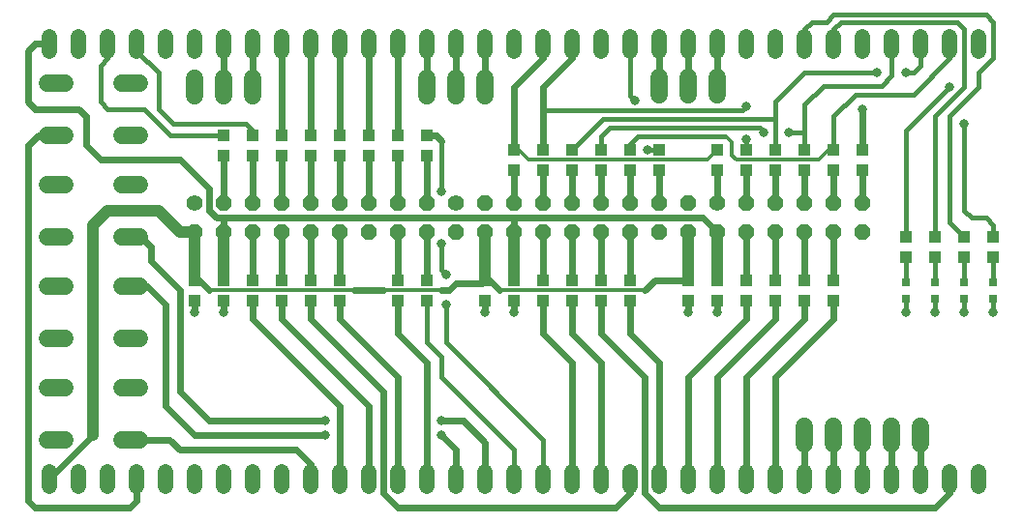
<source format=gtl>
G75*
%MOIN*%
%OFA0B0*%
%FSLAX25Y25*%
%IPPOS*%
%LPD*%
%AMOC8*
5,1,8,0,0,1.08239X$1,22.5*
%
%ADD10C,0.05200*%
%ADD11C,0.05600*%
%ADD12OC8,0.05600*%
%ADD13R,0.04331X0.03937*%
%ADD14C,0.06000*%
%ADD15R,0.03150X0.03150*%
%ADD16R,0.04252X0.04134*%
%ADD17C,0.03175*%
%ADD18C,0.01600*%
%ADD19C,0.02400*%
%ADD20C,0.04000*%
%ADD21C,0.01200*%
D10*
X0017200Y0014600D02*
X0017200Y0019800D01*
X0027200Y0019800D02*
X0027200Y0014600D01*
X0037200Y0014600D02*
X0037200Y0019800D01*
X0047200Y0019800D02*
X0047200Y0014600D01*
X0057200Y0014600D02*
X0057200Y0019800D01*
X0067200Y0019800D02*
X0067200Y0014600D01*
X0077200Y0014600D02*
X0077200Y0019800D01*
X0087200Y0019800D02*
X0087200Y0014600D01*
X0097200Y0014600D02*
X0097200Y0019800D01*
X0107200Y0019800D02*
X0107200Y0014600D01*
X0117200Y0014600D02*
X0117200Y0019800D01*
X0127200Y0019800D02*
X0127200Y0014600D01*
X0137200Y0014600D02*
X0137200Y0019800D01*
X0147200Y0019800D02*
X0147200Y0014600D01*
X0157200Y0014600D02*
X0157200Y0019800D01*
X0167200Y0019800D02*
X0167200Y0014600D01*
X0177200Y0014600D02*
X0177200Y0019800D01*
X0187200Y0019800D02*
X0187200Y0014600D01*
X0197200Y0014600D02*
X0197200Y0019800D01*
X0207200Y0019800D02*
X0207200Y0014600D01*
X0217200Y0014600D02*
X0217200Y0019800D01*
X0227200Y0019800D02*
X0227200Y0014600D01*
X0237200Y0014600D02*
X0237200Y0019800D01*
X0247200Y0019800D02*
X0247200Y0014600D01*
X0257200Y0014600D02*
X0257200Y0019800D01*
X0267200Y0019800D02*
X0267200Y0014600D01*
X0277200Y0014600D02*
X0277200Y0019800D01*
X0287200Y0019800D02*
X0287200Y0014600D01*
X0297200Y0014600D02*
X0297200Y0019800D01*
X0307200Y0019800D02*
X0307200Y0014600D01*
X0317200Y0014600D02*
X0317200Y0019800D01*
X0327200Y0019800D02*
X0327200Y0014600D01*
X0337200Y0014600D02*
X0337200Y0019800D01*
X0337200Y0164600D02*
X0337200Y0169800D01*
X0327200Y0169800D02*
X0327200Y0164600D01*
X0317200Y0164600D02*
X0317200Y0169800D01*
X0307200Y0169800D02*
X0307200Y0164600D01*
X0297200Y0164600D02*
X0297200Y0169800D01*
X0287200Y0169800D02*
X0287200Y0164600D01*
X0277200Y0164600D02*
X0277200Y0169800D01*
X0267200Y0169800D02*
X0267200Y0164600D01*
X0257200Y0164600D02*
X0257200Y0169800D01*
X0247200Y0169800D02*
X0247200Y0164600D01*
X0237200Y0164600D02*
X0237200Y0169800D01*
X0227200Y0169800D02*
X0227200Y0164600D01*
X0217200Y0164600D02*
X0217200Y0169800D01*
X0207200Y0169800D02*
X0207200Y0164600D01*
X0197200Y0164600D02*
X0197200Y0169800D01*
X0187200Y0169800D02*
X0187200Y0164600D01*
X0177200Y0164600D02*
X0177200Y0169800D01*
X0167200Y0169800D02*
X0167200Y0164600D01*
X0157200Y0164600D02*
X0157200Y0169800D01*
X0147200Y0169800D02*
X0147200Y0164600D01*
X0137200Y0164600D02*
X0137200Y0169800D01*
X0127200Y0169800D02*
X0127200Y0164600D01*
X0117200Y0164600D02*
X0117200Y0169800D01*
X0107200Y0169800D02*
X0107200Y0164600D01*
X0097200Y0164600D02*
X0097200Y0169800D01*
X0087200Y0169800D02*
X0087200Y0164600D01*
X0077200Y0164600D02*
X0077200Y0169800D01*
X0067200Y0169800D02*
X0067200Y0164600D01*
X0057200Y0164600D02*
X0057200Y0169800D01*
X0047200Y0169800D02*
X0047200Y0164600D01*
X0037200Y0164600D02*
X0037200Y0169800D01*
X0027200Y0169800D02*
X0027200Y0164600D01*
X0017200Y0164600D02*
X0017200Y0169800D01*
D11*
X0067200Y0112200D03*
X0157200Y0112200D03*
X0247200Y0112200D03*
D12*
X0237200Y0112200D03*
X0227200Y0112200D03*
X0217200Y0112200D03*
X0207200Y0112200D03*
X0197200Y0112200D03*
X0187200Y0112200D03*
X0177200Y0112200D03*
X0167200Y0112200D03*
X0167200Y0102200D03*
X0157200Y0102200D03*
X0147200Y0102200D03*
X0137200Y0102200D03*
X0127200Y0102200D03*
X0117200Y0102200D03*
X0107200Y0102200D03*
X0097200Y0102200D03*
X0087200Y0102200D03*
X0077200Y0102200D03*
X0067200Y0102200D03*
X0077200Y0112200D03*
X0087200Y0112200D03*
X0097200Y0112200D03*
X0107200Y0112200D03*
X0117200Y0112200D03*
X0127200Y0112200D03*
X0137200Y0112200D03*
X0147200Y0112200D03*
X0177200Y0102200D03*
X0187200Y0102200D03*
X0197200Y0102200D03*
X0207200Y0102200D03*
X0217200Y0102200D03*
X0227200Y0102200D03*
X0237200Y0102200D03*
X0247200Y0102200D03*
X0257200Y0102200D03*
X0267200Y0102200D03*
X0277200Y0102200D03*
X0287200Y0102200D03*
X0297200Y0102200D03*
X0297200Y0112200D03*
X0287200Y0112200D03*
X0277200Y0112200D03*
X0267200Y0112200D03*
X0257200Y0112200D03*
D13*
X0257200Y0123854D03*
X0257200Y0130546D03*
X0247200Y0130546D03*
X0247200Y0123854D03*
X0227200Y0123854D03*
X0227200Y0130546D03*
X0217200Y0130546D03*
X0217200Y0123854D03*
X0207200Y0123854D03*
X0207200Y0130546D03*
X0197200Y0130546D03*
X0197200Y0123854D03*
X0187200Y0123854D03*
X0177200Y0123854D03*
X0177200Y0130546D03*
X0187200Y0130546D03*
X0147200Y0128854D03*
X0137200Y0128854D03*
X0127200Y0128854D03*
X0117200Y0128854D03*
X0107200Y0128854D03*
X0097200Y0128854D03*
X0087200Y0128854D03*
X0077200Y0128854D03*
X0077200Y0135546D03*
X0087200Y0135546D03*
X0097200Y0135546D03*
X0107200Y0135546D03*
X0117200Y0135546D03*
X0127200Y0135546D03*
X0137200Y0135546D03*
X0147200Y0135546D03*
X0147200Y0085546D03*
X0147200Y0078854D03*
X0137200Y0078854D03*
X0137200Y0085546D03*
X0117200Y0085546D03*
X0117200Y0078854D03*
X0107200Y0078854D03*
X0107200Y0085546D03*
X0097200Y0085546D03*
X0097200Y0078854D03*
X0087200Y0078854D03*
X0087200Y0085546D03*
X0187200Y0085546D03*
X0187200Y0078854D03*
X0197200Y0078854D03*
X0197200Y0085546D03*
X0207200Y0085546D03*
X0207200Y0078854D03*
X0217200Y0078854D03*
X0217200Y0085546D03*
X0257200Y0085546D03*
X0257200Y0078854D03*
X0267200Y0078854D03*
X0267200Y0085546D03*
X0277200Y0085546D03*
X0277200Y0078854D03*
X0287200Y0078854D03*
X0287200Y0085546D03*
X0312200Y0093854D03*
X0322200Y0093854D03*
X0322200Y0100546D03*
X0312200Y0100546D03*
X0332200Y0100546D03*
X0332200Y0093854D03*
X0342200Y0093854D03*
X0342200Y0100546D03*
X0297200Y0123854D03*
X0287200Y0123854D03*
X0287200Y0130546D03*
X0297200Y0130546D03*
X0277200Y0130546D03*
X0277200Y0123854D03*
X0267200Y0123854D03*
X0267200Y0130546D03*
D14*
X0247200Y0149700D02*
X0247200Y0155700D01*
X0237200Y0155700D02*
X0237200Y0149700D01*
X0227200Y0149700D02*
X0227200Y0155700D01*
X0167200Y0155200D02*
X0167200Y0149200D01*
X0157200Y0149200D02*
X0157200Y0155200D01*
X0147200Y0155200D02*
X0147200Y0149200D01*
X0087200Y0149200D02*
X0087200Y0155200D01*
X0077200Y0155200D02*
X0077200Y0149200D01*
X0067200Y0149200D02*
X0067200Y0155200D01*
X0048000Y0153600D02*
X0042000Y0153600D01*
X0022400Y0153600D02*
X0016400Y0153600D01*
X0016400Y0135800D02*
X0022400Y0135800D01*
X0042000Y0135800D02*
X0048000Y0135800D01*
X0048000Y0118600D02*
X0042000Y0118600D01*
X0022400Y0118600D02*
X0016400Y0118600D01*
X0016400Y0100800D02*
X0022400Y0100800D01*
X0042000Y0100800D02*
X0048000Y0100800D01*
X0048000Y0083600D02*
X0042000Y0083600D01*
X0022400Y0083600D02*
X0016400Y0083600D01*
X0016400Y0065800D02*
X0022400Y0065800D01*
X0042000Y0065800D02*
X0048000Y0065800D01*
X0048000Y0048600D02*
X0042000Y0048600D01*
X0022400Y0048600D02*
X0016400Y0048600D01*
X0016400Y0030800D02*
X0022400Y0030800D01*
X0042000Y0030800D02*
X0048000Y0030800D01*
X0277200Y0029200D02*
X0277200Y0035200D01*
X0287200Y0035200D02*
X0287200Y0029200D01*
X0297200Y0029200D02*
X0297200Y0035200D01*
X0307200Y0035200D02*
X0307200Y0029200D01*
X0317200Y0029200D02*
X0317200Y0035200D01*
D15*
X0312200Y0079247D03*
X0322200Y0079247D03*
X0322200Y0085153D03*
X0312200Y0085153D03*
X0332200Y0085153D03*
X0332200Y0079247D03*
X0342200Y0079247D03*
X0342200Y0085153D03*
D16*
X0247200Y0085645D03*
X0247200Y0078755D03*
X0237200Y0078755D03*
X0237200Y0085645D03*
X0177200Y0085645D03*
X0177200Y0078755D03*
X0167200Y0078755D03*
X0167200Y0085645D03*
X0077200Y0085645D03*
X0077200Y0078755D03*
X0067200Y0078755D03*
X0067200Y0085645D03*
D17*
X0067200Y0074700D03*
X0077200Y0074700D03*
X0112200Y0037200D03*
X0112200Y0032200D03*
X0152200Y0032200D03*
X0152200Y0037200D03*
X0167200Y0074700D03*
X0177200Y0074700D03*
X0153700Y0077200D03*
X0153700Y0087700D03*
X0152200Y0098200D03*
X0152200Y0116200D03*
X0218700Y0147700D03*
X0223200Y0130700D03*
X0257200Y0134200D03*
X0263200Y0136700D03*
X0271700Y0136700D03*
X0257200Y0145700D03*
X0297200Y0144700D03*
X0302200Y0157200D03*
X0312200Y0157200D03*
X0327200Y0152200D03*
X0332200Y0139700D03*
X0332200Y0074700D03*
X0322200Y0074700D03*
X0312200Y0074700D03*
X0342200Y0074700D03*
X0247200Y0074700D03*
X0237200Y0074700D03*
D18*
X0312200Y0074700D02*
X0312200Y0079247D01*
X0322200Y0079247D02*
X0322200Y0074700D01*
X0332200Y0074700D02*
X0332200Y0079247D01*
X0332200Y0085153D02*
X0332200Y0093854D01*
X0332200Y0100546D02*
X0327200Y0105546D01*
X0327200Y0142200D01*
X0337200Y0152200D01*
X0337200Y0157200D01*
X0342200Y0162200D01*
X0342200Y0174700D01*
X0339700Y0177200D01*
X0287200Y0177200D01*
X0284700Y0174700D01*
X0279700Y0174700D01*
X0277200Y0172200D01*
X0277200Y0167200D01*
X0287200Y0167200D02*
X0287200Y0172200D01*
X0289700Y0174700D01*
X0329700Y0174700D01*
X0332200Y0172200D01*
X0332200Y0152200D01*
X0322200Y0142200D01*
X0322200Y0100546D01*
X0312200Y0100546D02*
X0312200Y0137200D01*
X0327200Y0152200D01*
X0327200Y0162200D02*
X0314700Y0149700D01*
X0294700Y0149700D01*
X0287200Y0142200D01*
X0287200Y0130546D01*
X0277200Y0130546D02*
X0277200Y0136700D01*
X0271700Y0136700D01*
X0277200Y0136700D02*
X0277200Y0146200D01*
X0283700Y0152700D01*
X0303700Y0152700D01*
X0307200Y0156200D01*
X0307200Y0167200D01*
X0317200Y0167200D02*
X0317200Y0159700D01*
X0314700Y0157200D01*
X0312200Y0157200D01*
X0302200Y0157200D02*
X0277200Y0157200D01*
X0267200Y0147200D01*
X0267200Y0141200D01*
X0267200Y0130546D01*
X0257200Y0130546D02*
X0257200Y0134200D01*
X0261700Y0138200D02*
X0263200Y0136700D01*
X0261700Y0138200D02*
X0210200Y0138200D01*
X0207200Y0135200D01*
X0207200Y0130546D01*
X0197200Y0130546D02*
X0207854Y0141200D01*
X0267200Y0141200D01*
X0257200Y0145700D02*
X0255700Y0144200D01*
X0187200Y0144200D01*
X0217200Y0149200D02*
X0218700Y0147700D01*
X0217200Y0149200D02*
X0217200Y0167200D01*
X0219700Y0135200D02*
X0249700Y0135200D01*
X0227200Y0130546D02*
X0227046Y0130700D01*
X0223200Y0130700D01*
X0217200Y0130546D02*
X0217200Y0132700D01*
X0219700Y0135200D01*
X0152200Y0133700D02*
X0152200Y0116200D01*
X0152200Y0098200D02*
X0152200Y0089200D01*
X0153700Y0087700D01*
X0147200Y0078854D02*
X0147200Y0064200D01*
X0152200Y0059200D01*
X0152200Y0052200D01*
X0177200Y0027200D01*
X0177200Y0017200D01*
X0187200Y0017200D02*
X0187200Y0030700D01*
X0153700Y0064200D01*
X0153700Y0077200D01*
X0087200Y0135546D02*
X0087200Y0137200D01*
X0084700Y0139700D01*
X0059700Y0139700D01*
X0054700Y0144700D01*
X0054700Y0157200D01*
X0047200Y0164700D01*
X0047200Y0167200D01*
X0037200Y0167200D02*
X0037200Y0162200D01*
X0034700Y0159700D01*
X0034700Y0147200D01*
X0037200Y0144700D01*
X0049700Y0144700D01*
X0058854Y0135546D01*
X0077200Y0135546D01*
X0312200Y0093854D02*
X0312200Y0085153D01*
X0322200Y0085153D02*
X0322200Y0093854D01*
X0342200Y0093854D02*
X0342200Y0085153D01*
X0342200Y0079247D02*
X0342200Y0074700D01*
X0342200Y0100546D02*
X0342200Y0104700D01*
X0339700Y0107200D01*
X0334700Y0107200D01*
X0332200Y0109700D01*
X0332200Y0139700D01*
X0327200Y0162200D02*
X0327200Y0167200D01*
D19*
X0012200Y0007200D02*
X0009700Y0009700D01*
X0009700Y0132200D01*
X0013300Y0135800D01*
X0019400Y0135800D01*
X0029700Y0132200D02*
X0034700Y0127200D01*
X0062200Y0127200D01*
X0072200Y0117200D01*
X0072200Y0109700D01*
X0074700Y0107200D01*
X0077200Y0107200D01*
X0077200Y0102200D01*
X0077200Y0107200D02*
X0177200Y0107200D01*
X0177200Y0102200D01*
X0187200Y0102200D02*
X0187200Y0085546D01*
X0187200Y0078854D02*
X0187200Y0067200D01*
X0197200Y0057200D01*
X0197200Y0017200D01*
X0207200Y0017200D02*
X0207200Y0057200D01*
X0197200Y0067200D01*
X0197200Y0078854D01*
X0197200Y0085546D02*
X0197200Y0102200D01*
X0207200Y0102200D02*
X0207200Y0085546D01*
X0207200Y0078854D02*
X0207200Y0067200D01*
X0222200Y0052200D01*
X0222200Y0012200D01*
X0227200Y0007200D01*
X0322200Y0007200D01*
X0327200Y0012200D01*
X0327200Y0017200D01*
X0317200Y0017200D02*
X0317200Y0032200D01*
X0307200Y0032200D02*
X0307200Y0017200D01*
X0297200Y0017200D02*
X0297200Y0032200D01*
X0287200Y0032200D02*
X0287200Y0017200D01*
X0277200Y0017200D02*
X0277200Y0032200D01*
X0267200Y0017200D02*
X0267200Y0052200D01*
X0287200Y0072200D01*
X0287200Y0078854D01*
X0287200Y0085546D02*
X0287200Y0102200D01*
X0277200Y0102200D02*
X0277200Y0085546D01*
X0277200Y0078854D02*
X0277200Y0072200D01*
X0257200Y0052200D01*
X0257200Y0017200D01*
X0247200Y0017200D02*
X0247200Y0052200D01*
X0267200Y0072200D01*
X0267200Y0078854D01*
X0267200Y0085546D02*
X0267200Y0102200D01*
X0257200Y0102200D02*
X0257200Y0085546D01*
X0257200Y0078854D02*
X0257200Y0072200D01*
X0237200Y0052200D01*
X0237200Y0017200D01*
X0227200Y0017200D02*
X0227200Y0057200D01*
X0217200Y0067200D01*
X0217200Y0078854D01*
X0222200Y0082200D02*
X0225645Y0085645D01*
X0237200Y0085645D01*
X0237200Y0078755D02*
X0237200Y0074700D01*
X0247200Y0074700D02*
X0247200Y0078755D01*
X0217200Y0085546D02*
X0217200Y0102200D01*
X0217200Y0112200D02*
X0217200Y0123854D01*
X0207200Y0123854D02*
X0207200Y0112200D01*
X0197200Y0112200D02*
X0197200Y0123854D01*
X0187200Y0123854D02*
X0187200Y0112200D01*
X0177200Y0112200D02*
X0177200Y0123854D01*
X0177200Y0130546D02*
X0177200Y0152200D01*
X0187200Y0162200D01*
X0187200Y0167200D01*
X0197200Y0167200D02*
X0197200Y0162200D01*
X0187200Y0152200D01*
X0187200Y0144200D01*
X0187200Y0130546D01*
X0152200Y0133700D02*
X0150354Y0135546D01*
X0147200Y0135546D01*
X0137200Y0135546D02*
X0137200Y0167200D01*
X0127200Y0167200D02*
X0127200Y0135546D01*
X0117200Y0135546D02*
X0117200Y0167200D01*
X0107200Y0167200D02*
X0107200Y0135546D01*
X0097200Y0135546D02*
X0097200Y0167200D01*
X0087200Y0167200D02*
X0087200Y0152200D01*
X0077200Y0152200D02*
X0077200Y0167200D01*
X0029700Y0142200D02*
X0029700Y0132200D01*
X0029700Y0142200D02*
X0027200Y0144700D01*
X0012200Y0144700D01*
X0009700Y0147200D01*
X0009700Y0164700D01*
X0012200Y0167200D01*
X0017200Y0167200D01*
X0077200Y0128854D02*
X0077200Y0112200D01*
X0087200Y0112200D02*
X0087200Y0128854D01*
X0097200Y0128854D02*
X0097200Y0112200D01*
X0107200Y0112200D02*
X0107200Y0128854D01*
X0117200Y0128854D02*
X0117200Y0112200D01*
X0127200Y0112200D02*
X0127200Y0128854D01*
X0137200Y0128854D02*
X0137200Y0112200D01*
X0147200Y0112200D02*
X0147200Y0128854D01*
X0177200Y0107200D02*
X0242200Y0107200D01*
X0247200Y0102200D01*
X0247200Y0112200D02*
X0247200Y0123854D01*
X0257200Y0123854D02*
X0257200Y0112200D01*
X0267200Y0112200D02*
X0267200Y0123854D01*
X0277200Y0123854D02*
X0277200Y0112200D01*
X0287200Y0112200D02*
X0287200Y0123854D01*
X0297200Y0123854D02*
X0297200Y0112200D01*
X0297200Y0130546D02*
X0297200Y0144700D01*
X0247200Y0152700D02*
X0247200Y0167200D01*
X0237200Y0167200D02*
X0237200Y0152700D01*
X0227200Y0152700D02*
X0227200Y0167200D01*
X0167200Y0167200D02*
X0167200Y0152200D01*
X0157200Y0152200D02*
X0157200Y0167200D01*
X0147200Y0167200D02*
X0147200Y0152200D01*
X0227200Y0123854D02*
X0227200Y0112200D01*
X0172200Y0082200D02*
X0168755Y0085645D01*
X0167200Y0085645D01*
X0166255Y0084700D01*
X0157200Y0084700D01*
X0154700Y0082200D01*
X0152200Y0082200D01*
X0147200Y0085546D02*
X0147200Y0102200D01*
X0137200Y0102200D02*
X0137200Y0085546D01*
X0132200Y0082200D02*
X0122200Y0082200D01*
X0117200Y0078854D02*
X0117200Y0072200D01*
X0137200Y0052200D01*
X0137200Y0017200D01*
X0132200Y0012200D02*
X0132200Y0047200D01*
X0107200Y0072200D01*
X0107200Y0078854D01*
X0107200Y0085546D02*
X0107200Y0102200D01*
X0097200Y0102200D02*
X0097200Y0085546D01*
X0097200Y0078854D02*
X0097200Y0072200D01*
X0127200Y0042200D01*
X0127200Y0017200D01*
X0117200Y0017200D02*
X0117200Y0042200D01*
X0087200Y0072200D01*
X0087200Y0078854D01*
X0087200Y0085546D02*
X0087200Y0102200D01*
X0068755Y0085645D02*
X0072200Y0082200D01*
X0077200Y0078755D02*
X0077200Y0074700D01*
X0067200Y0074700D02*
X0067200Y0078755D01*
X0062200Y0082200D02*
X0052200Y0092200D01*
X0052200Y0097200D01*
X0048600Y0100800D01*
X0045000Y0100800D01*
X0045000Y0083600D02*
X0050800Y0083600D01*
X0057200Y0077200D01*
X0057200Y0042200D01*
X0067200Y0032200D01*
X0112200Y0032200D01*
X0112200Y0037200D02*
X0072200Y0037200D01*
X0062200Y0047200D01*
X0062200Y0082200D01*
X0117200Y0085546D02*
X0117200Y0102200D01*
X0137200Y0078854D02*
X0137200Y0067200D01*
X0147200Y0057200D01*
X0147200Y0017200D01*
X0157200Y0017200D02*
X0157200Y0027200D01*
X0152200Y0032200D01*
X0152200Y0037200D02*
X0159700Y0037200D01*
X0167200Y0029700D01*
X0167200Y0017200D01*
X0137200Y0007200D02*
X0132200Y0012200D01*
X0137200Y0007200D02*
X0212200Y0007200D01*
X0217200Y0012200D01*
X0217200Y0017200D01*
X0177200Y0074700D02*
X0177200Y0078755D01*
X0167200Y0078755D02*
X0167200Y0074700D01*
X0107200Y0022200D02*
X0102200Y0027200D01*
X0062200Y0027200D01*
X0058600Y0030800D01*
X0045000Y0030800D01*
X0032200Y0032200D02*
X0017200Y0017200D01*
X0012200Y0007200D02*
X0044700Y0007200D01*
X0047200Y0009700D01*
X0047200Y0017200D01*
X0107200Y0017200D02*
X0107200Y0022200D01*
D20*
X0032200Y0032200D02*
X0032200Y0104700D01*
X0037200Y0109700D01*
X0054700Y0109700D01*
X0062200Y0102200D01*
X0067200Y0102200D01*
X0067200Y0085645D01*
X0077200Y0085645D02*
X0077200Y0102200D01*
X0167200Y0102200D02*
X0167200Y0085645D01*
X0177200Y0085645D02*
X0177200Y0102200D01*
X0237200Y0102200D02*
X0237200Y0085645D01*
X0247200Y0085645D02*
X0247200Y0102200D01*
D21*
X0237200Y0085645D02*
X0236255Y0084700D01*
X0222200Y0082200D02*
X0172200Y0082200D01*
X0152200Y0082200D02*
X0132200Y0082200D01*
X0122200Y0082200D02*
X0072200Y0082200D01*
X0068755Y0085645D02*
X0067200Y0085645D01*
X0177200Y0130546D02*
X0178854Y0130546D01*
X0182200Y0127200D01*
X0243854Y0127200D01*
X0247200Y0130546D01*
X0252200Y0128700D02*
X0252200Y0133200D01*
X0250200Y0135200D01*
X0249700Y0135200D01*
X0252200Y0128700D02*
X0253700Y0127200D01*
X0282200Y0127200D01*
X0285546Y0130546D01*
X0287200Y0130546D01*
M02*

</source>
